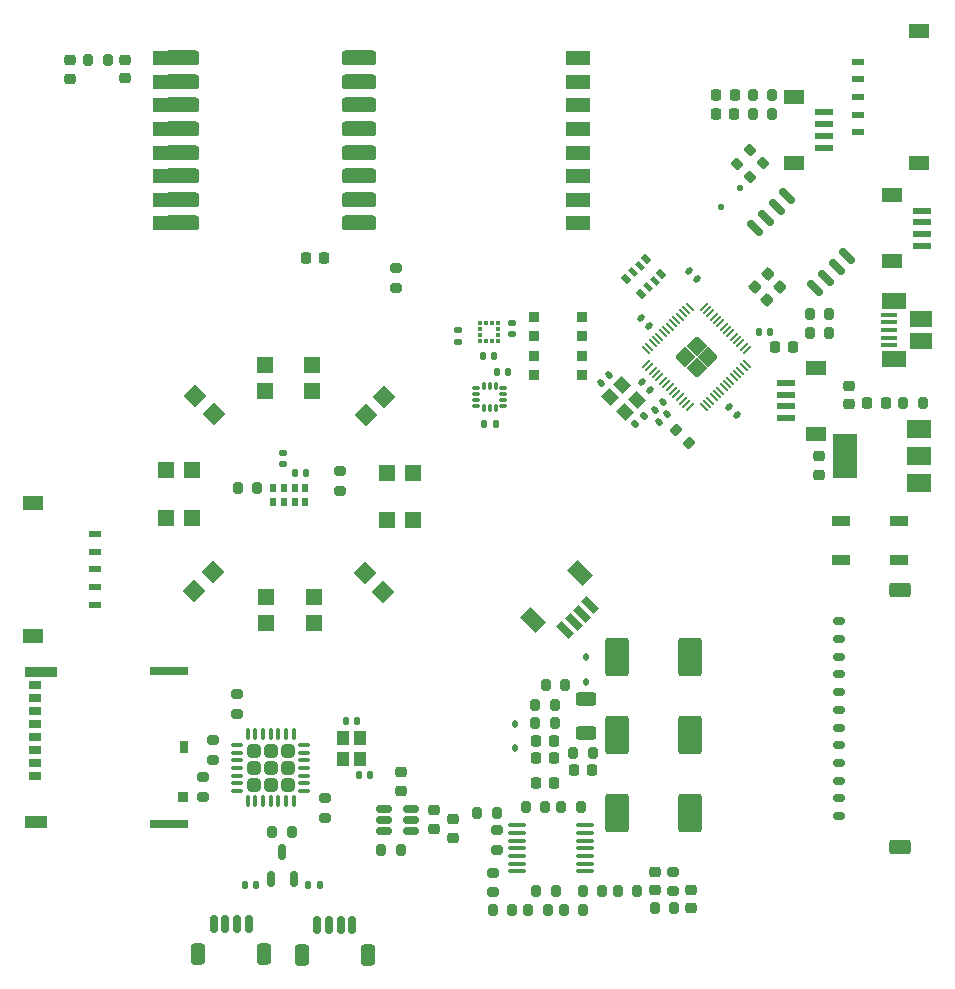
<source format=gbr>
%TF.GenerationSoftware,KiCad,Pcbnew,8.0.2-1*%
%TF.CreationDate,2024-09-20T01:44:26+01:00*%
%TF.ProjectId,FC_V4c_Express,46435f56-3463-45f4-9578-70726573732e,rev?*%
%TF.SameCoordinates,Original*%
%TF.FileFunction,Paste,Top*%
%TF.FilePolarity,Positive*%
%FSLAX46Y46*%
G04 Gerber Fmt 4.6, Leading zero omitted, Abs format (unit mm)*
G04 Created by KiCad (PCBNEW 8.0.2-1) date 2024-09-20 01:44:26*
%MOMM*%
%LPD*%
G01*
G04 APERTURE LIST*
G04 Aperture macros list*
%AMRoundRect*
0 Rectangle with rounded corners*
0 $1 Rounding radius*
0 $2 $3 $4 $5 $6 $7 $8 $9 X,Y pos of 4 corners*
0 Add a 4 corners polygon primitive as box body*
4,1,4,$2,$3,$4,$5,$6,$7,$8,$9,$2,$3,0*
0 Add four circle primitives for the rounded corners*
1,1,$1+$1,$2,$3*
1,1,$1+$1,$4,$5*
1,1,$1+$1,$6,$7*
1,1,$1+$1,$8,$9*
0 Add four rect primitives between the rounded corners*
20,1,$1+$1,$2,$3,$4,$5,0*
20,1,$1+$1,$4,$5,$6,$7,0*
20,1,$1+$1,$6,$7,$8,$9,0*
20,1,$1+$1,$8,$9,$2,$3,0*%
%AMRotRect*
0 Rectangle, with rotation*
0 The origin of the aperture is its center*
0 $1 length*
0 $2 width*
0 $3 Rotation angle, in degrees counterclockwise*
0 Add horizontal line*
21,1,$1,$2,0,0,$3*%
%AMFreePoly0*
4,1,19,0.563745,0.600348,0.608674,0.548496,0.619677,0.497915,0.619677,-0.497915,0.600348,-0.563745,0.548496,-0.608674,0.497915,-0.619677,-0.497915,-0.619677,-0.563745,-0.600348,-0.608674,-0.548496,-0.619677,-0.497915,-0.619677,0.397045,-0.600348,0.462875,-0.584014,0.483144,-0.483144,0.584014,-0.422927,0.616893,-0.397045,0.619677,0.497915,0.619677,0.563745,0.600348,0.563745,0.600348,
$1*%
%AMFreePoly1*
4,1,19,0.563745,0.600348,0.608674,0.548496,0.619677,0.497915,0.619677,-0.497915,0.600348,-0.563745,0.548496,-0.608674,0.497915,-0.619677,-0.397045,-0.619677,-0.462875,-0.600348,-0.483144,-0.584014,-0.584014,-0.483144,-0.616893,-0.422927,-0.619677,-0.397045,-0.619677,0.497915,-0.600348,0.563745,-0.548496,0.608674,-0.497915,0.619677,0.497915,0.619677,0.563745,0.600348,0.563745,0.600348,
$1*%
%AMFreePoly2*
4,1,19,0.462875,0.600348,0.483144,0.584014,0.584014,0.483144,0.616893,0.422927,0.619677,0.397045,0.619677,-0.497915,0.600348,-0.563745,0.548496,-0.608674,0.497915,-0.619677,-0.497915,-0.619677,-0.563745,-0.600348,-0.608674,-0.548496,-0.619677,-0.497915,-0.619677,0.497915,-0.600348,0.563745,-0.548496,0.608674,-0.497915,0.619677,0.397045,0.619677,0.462875,0.600348,0.462875,0.600348,
$1*%
%AMFreePoly3*
4,1,19,0.563745,0.600348,0.608674,0.548496,0.619677,0.497915,0.619677,-0.397045,0.600348,-0.462875,0.584014,-0.483144,0.483144,-0.584014,0.422927,-0.616893,0.397045,-0.619677,-0.497915,-0.619677,-0.563745,-0.600348,-0.608674,-0.548496,-0.619677,-0.497915,-0.619677,0.497915,-0.600348,0.563745,-0.548496,0.608674,-0.497915,0.619677,0.497915,0.619677,0.563745,0.600348,0.563745,0.600348,
$1*%
G04 Aperture macros list end*
%ADD10RotRect,1.200000X1.800000X45.000000*%
%ADD11RotRect,0.600000X1.550000X45.000000*%
%ADD12R,1.100000X0.700000*%
%ADD13R,0.930000X0.900000*%
%ADD14R,0.780000X1.050000*%
%ADD15R,3.330000X0.700000*%
%ADD16R,2.800000X0.860000*%
%ADD17R,1.830000X1.140000*%
%ADD18RoundRect,0.100000X0.637500X0.100000X-0.637500X0.100000X-0.637500X-0.100000X0.637500X-0.100000X0*%
%ADD19RoundRect,0.200000X-0.200000X-0.275000X0.200000X-0.275000X0.200000X0.275000X-0.200000X0.275000X0*%
%ADD20RoundRect,0.200000X-0.275000X0.200000X-0.275000X-0.200000X0.275000X-0.200000X0.275000X0.200000X0*%
%ADD21RoundRect,0.200000X0.200000X0.275000X-0.200000X0.275000X-0.200000X-0.275000X0.200000X-0.275000X0*%
%ADD22RoundRect,0.250000X-0.625000X0.312500X-0.625000X-0.312500X0.625000X-0.312500X0.625000X0.312500X0*%
%ADD23RoundRect,0.112500X0.112500X-0.187500X0.112500X0.187500X-0.112500X0.187500X-0.112500X-0.187500X0*%
%ADD24RoundRect,0.218750X0.256250X-0.218750X0.256250X0.218750X-0.256250X0.218750X-0.256250X-0.218750X0*%
%ADD25RoundRect,0.225000X0.225000X0.250000X-0.225000X0.250000X-0.225000X-0.250000X0.225000X-0.250000X0*%
%ADD26RoundRect,0.225000X-0.225000X-0.250000X0.225000X-0.250000X0.225000X0.250000X-0.225000X0.250000X0*%
%ADD27RoundRect,0.225000X-0.250000X0.225000X-0.250000X-0.225000X0.250000X-0.225000X0.250000X0.225000X0*%
%ADD28RoundRect,0.250000X-0.750000X-1.400000X0.750000X-1.400000X0.750000X1.400000X-0.750000X1.400000X0*%
%ADD29RoundRect,0.140000X-0.021213X0.219203X-0.219203X0.021213X0.021213X-0.219203X0.219203X-0.021213X0*%
%ADD30RoundRect,0.150000X0.150000X0.625000X-0.150000X0.625000X-0.150000X-0.625000X0.150000X-0.625000X0*%
%ADD31RoundRect,0.250000X0.350000X0.650000X-0.350000X0.650000X-0.350000X-0.650000X0.350000X-0.650000X0*%
%ADD32R,2.000000X1.500000*%
%ADD33R,2.000000X3.800000*%
%ADD34R,1.550000X0.600000*%
%ADD35R,1.800000X1.200000*%
%ADD36RotRect,1.400000X1.400000X45.000000*%
%ADD37RoundRect,0.140000X0.021213X-0.219203X0.219203X-0.021213X-0.021213X0.219203X-0.219203X0.021213X0*%
%ADD38RoundRect,0.218750X0.218750X0.256250X-0.218750X0.256250X-0.218750X-0.256250X0.218750X-0.256250X0*%
%ADD39R,1.400000X1.400000*%
%ADD40RotRect,0.800000X0.500000X135.000000*%
%ADD41RotRect,0.800000X0.400000X135.000000*%
%ADD42RoundRect,0.225000X0.250000X-0.225000X0.250000X0.225000X-0.250000X0.225000X-0.250000X-0.225000X0*%
%ADD43RoundRect,0.218750X-0.218750X-0.256250X0.218750X-0.256250X0.218750X0.256250X-0.218750X0.256250X0*%
%ADD44RoundRect,0.140000X0.170000X-0.140000X0.170000X0.140000X-0.170000X0.140000X-0.170000X-0.140000X0*%
%ADD45R,0.900000X0.900000*%
%ADD46RoundRect,0.140000X-0.140000X-0.170000X0.140000X-0.170000X0.140000X0.170000X-0.140000X0.170000X0*%
%ADD47RoundRect,0.140000X-0.170000X0.140000X-0.170000X-0.140000X0.170000X-0.140000X0.170000X0.140000X0*%
%ADD48RoundRect,0.225000X0.017678X-0.335876X0.335876X-0.017678X-0.017678X0.335876X-0.335876X0.017678X0*%
%ADD49RoundRect,0.135000X-0.035355X0.226274X-0.226274X0.035355X0.035355X-0.226274X0.226274X-0.035355X0*%
%ADD50RotRect,1.400000X1.400000X135.000000*%
%ADD51RotRect,1.150000X1.000000X315.000000*%
%ADD52RoundRect,0.140000X0.219203X0.021213X0.021213X0.219203X-0.219203X-0.021213X-0.021213X-0.219203X0*%
%ADD53RoundRect,0.140000X0.140000X0.170000X-0.140000X0.170000X-0.140000X-0.170000X0.140000X-0.170000X0*%
%ADD54R,1.000000X0.600000*%
%ADD55R,1.800000X1.250000*%
%ADD56R,1.000000X1.150000*%
%ADD57RoundRect,0.150000X-0.512500X-0.150000X0.512500X-0.150000X0.512500X0.150000X-0.512500X0.150000X0*%
%ADD58RoundRect,0.150000X0.150000X-0.512500X0.150000X0.512500X-0.150000X0.512500X-0.150000X-0.512500X0*%
%ADD59RoundRect,0.200000X0.053033X-0.335876X0.335876X-0.053033X-0.053033X0.335876X-0.335876X0.053033X0*%
%ADD60R,2.000000X1.300000*%
%ADD61RoundRect,0.087500X-0.225000X-0.087500X0.225000X-0.087500X0.225000X0.087500X-0.225000X0.087500X0*%
%ADD62RoundRect,0.087500X-0.087500X-0.225000X0.087500X-0.225000X0.087500X0.225000X-0.087500X0.225000X0*%
%ADD63RoundRect,0.150000X-0.565685X0.353553X0.353553X-0.565685X0.565685X-0.353553X-0.353553X0.565685X0*%
%ADD64RoundRect,0.140000X-0.219203X-0.021213X-0.021213X-0.219203X0.219203X0.021213X0.021213X0.219203X0*%
%ADD65R,1.500000X0.900000*%
%ADD66RotRect,1.400000X1.400000X315.000000*%
%ADD67RoundRect,0.125000X0.000000X-0.176777X0.176777X0.000000X0.000000X0.176777X-0.176777X0.000000X0*%
%ADD68RoundRect,0.200000X0.335876X0.053033X0.053033X0.335876X-0.335876X-0.053033X-0.053033X-0.335876X0*%
%ADD69RoundRect,0.200000X0.275000X-0.200000X0.275000X0.200000X-0.275000X0.200000X-0.275000X-0.200000X0*%
%ADD70FreePoly0,315.000000*%
%ADD71FreePoly1,315.000000*%
%ADD72FreePoly2,315.000000*%
%ADD73FreePoly3,315.000000*%
%ADD74RoundRect,0.050000X-0.309359X0.238649X0.238649X-0.309359X0.309359X-0.238649X-0.238649X0.309359X0*%
%ADD75RoundRect,0.050000X-0.309359X-0.238649X-0.238649X-0.309359X0.309359X0.238649X0.238649X0.309359X0*%
%ADD76RoundRect,0.317500X1.157500X0.317500X-1.157500X0.317500X-1.157500X-0.317500X1.157500X-0.317500X0*%
%ADD77R,0.375000X0.350000*%
%ADD78R,0.350000X0.375000*%
%ADD79RoundRect,0.250000X-0.320000X-0.320000X0.320000X-0.320000X0.320000X0.320000X-0.320000X0.320000X0*%
%ADD80RoundRect,0.075000X-0.437500X-0.075000X0.437500X-0.075000X0.437500X0.075000X-0.437500X0.075000X0*%
%ADD81RoundRect,0.075000X-0.075000X-0.437500X0.075000X-0.437500X0.075000X0.437500X-0.075000X0.437500X0*%
%ADD82RotRect,1.400000X1.400000X225.000000*%
%ADD83R,0.500000X0.800000*%
%ADD84RoundRect,0.150000X0.350000X-0.150000X0.350000X0.150000X-0.350000X0.150000X-0.350000X-0.150000X0*%
%ADD85RoundRect,0.250000X0.650000X-0.375000X0.650000X0.375000X-0.650000X0.375000X-0.650000X-0.375000X0*%
%ADD86RoundRect,0.200000X-0.053033X0.335876X-0.335876X0.053033X0.053033X-0.335876X0.335876X-0.053033X0*%
%ADD87R,1.380000X0.450000*%
%ADD88R,2.100000X1.475000*%
%ADD89R,1.900000X1.375000*%
G04 APERTURE END LIST*
D10*
%TO.C,J11*%
X196059798Y-103640202D03*
X192100000Y-107600000D03*
D11*
X196926004Y-106344885D03*
X196218897Y-107051992D03*
X195511790Y-107759099D03*
X194804683Y-108466206D03*
%TD*%
D12*
%TO.C,J4*%
X149960000Y-120775000D03*
X149960000Y-119675000D03*
X149960000Y-118575000D03*
X149960000Y-117475000D03*
X149960000Y-116375000D03*
X149960000Y-115275000D03*
X149960000Y-114175000D03*
X149960000Y-113075000D03*
D13*
X162425000Y-122565000D03*
D14*
X162500000Y-118300000D03*
D15*
X161225000Y-111915000D03*
D16*
X150460000Y-111995000D03*
D17*
X149975000Y-124655000D03*
D15*
X161225000Y-124875000D03*
%TD*%
D18*
%TO.C,U1*%
X190737500Y-128850000D03*
X190737500Y-128200000D03*
X190737500Y-127550000D03*
X190737500Y-126900000D03*
X190737500Y-126250000D03*
X190737500Y-125600000D03*
X190737500Y-124950000D03*
X196462500Y-124950000D03*
X196462500Y-125600000D03*
X196462500Y-126250000D03*
X196462500Y-126900000D03*
X196462500Y-127550000D03*
X196462500Y-128200000D03*
X196462500Y-128850000D03*
%TD*%
D19*
%TO.C,R37*%
X194825000Y-113100000D03*
X193175000Y-113100000D03*
%TD*%
%TO.C,R36*%
X194025000Y-130500000D03*
X192375000Y-130500000D03*
%TD*%
%TO.C,R35*%
X193925001Y-114800000D03*
X192275001Y-114800000D03*
%TD*%
D20*
%TO.C,R34*%
X189000000Y-127025000D03*
X189000000Y-125375000D03*
%TD*%
D19*
%TO.C,R33*%
X193925000Y-116300000D03*
X192275000Y-116300000D03*
%TD*%
D21*
%TO.C,R32*%
X187375000Y-123900000D03*
X189025000Y-123900000D03*
%TD*%
%TO.C,R31*%
X191475001Y-123400000D03*
X193125001Y-123400000D03*
%TD*%
%TO.C,R30*%
X195475000Y-118800000D03*
X197125000Y-118800000D03*
%TD*%
D19*
%TO.C,R29*%
X196125000Y-123400000D03*
X194475000Y-123400000D03*
%TD*%
D21*
%TO.C,R28*%
X199275001Y-130500000D03*
X200925001Y-130500000D03*
%TD*%
D19*
%TO.C,R22*%
X204025000Y-132000000D03*
X202375000Y-132000000D03*
%TD*%
D20*
%TO.C,R21*%
X203900000Y-130525000D03*
X203900000Y-128875000D03*
%TD*%
D19*
%TO.C,R20*%
X197925000Y-130500000D03*
X196275000Y-130500000D03*
%TD*%
%TO.C,R19*%
X196325000Y-132099999D03*
X194675000Y-132099999D03*
%TD*%
%TO.C,R18*%
X193325000Y-132100000D03*
X191675000Y-132100000D03*
%TD*%
%TO.C,R17*%
X190325001Y-132100000D03*
X188675001Y-132100000D03*
%TD*%
D20*
%TO.C,R16*%
X188700000Y-130625000D03*
X188700000Y-128975000D03*
%TD*%
D22*
%TO.C,R15*%
X196600000Y-117162500D03*
X196600000Y-114237500D03*
%TD*%
D23*
%TO.C,D7*%
X190600000Y-116350000D03*
X190600000Y-118450000D03*
%TD*%
D24*
%TO.C,D6*%
X205500000Y-130412499D03*
X205500000Y-131987501D03*
%TD*%
D23*
%TO.C,D5*%
X196600000Y-110750000D03*
X196600000Y-112850000D03*
%TD*%
D25*
%TO.C,C26*%
X192325001Y-121400000D03*
X193875001Y-121400000D03*
%TD*%
D26*
%TO.C,C25*%
X193875000Y-117800000D03*
X192325000Y-117800000D03*
%TD*%
%TO.C,C24*%
X193875000Y-119300000D03*
X192325000Y-119300000D03*
%TD*%
D25*
%TO.C,C23*%
X195525000Y-120300000D03*
X197075000Y-120300000D03*
%TD*%
D27*
%TO.C,C22*%
X202400000Y-130475000D03*
X202400000Y-128925000D03*
%TD*%
D28*
%TO.C,C21*%
X205400000Y-123900000D03*
X199200000Y-123900000D03*
%TD*%
%TO.C,C20*%
X205399999Y-110700000D03*
X199199999Y-110700000D03*
%TD*%
%TO.C,C19*%
X205400000Y-117300000D03*
X199200000Y-117300000D03*
%TD*%
D29*
%TO.C,C11*%
X203079411Y-89110589D03*
X202400589Y-89789411D03*
%TD*%
D27*
%TO.C,C13*%
X216300000Y-93725000D03*
X216300000Y-95275000D03*
%TD*%
D19*
%TO.C,R7*%
X215520000Y-81700000D03*
X217170000Y-81700000D03*
%TD*%
D27*
%TO.C,C16*%
X152910000Y-60185000D03*
X152910000Y-61735000D03*
%TD*%
D30*
%TO.C,J15*%
X176787500Y-133400000D03*
X175787500Y-133400000D03*
X174787500Y-133400000D03*
X173787500Y-133400000D03*
D31*
X178087500Y-135925000D03*
X172487500Y-135925000D03*
%TD*%
D32*
%TO.C,IC2*%
X224780000Y-95970000D03*
X224780000Y-93670000D03*
X224780000Y-91370000D03*
D33*
X218480000Y-93670000D03*
%TD*%
D34*
%TO.C,J9*%
X224995000Y-75920000D03*
X224995000Y-74920000D03*
X224995000Y-73920000D03*
X224995000Y-72920000D03*
D35*
X222470000Y-77220000D03*
X222470000Y-71620000D03*
%TD*%
D20*
%TO.C,R23*%
X167000000Y-113875000D03*
X167000000Y-115525000D03*
%TD*%
D36*
%TO.C,C1022*%
X177922182Y-90253552D03*
X179477816Y-88697917D03*
%TD*%
D37*
%TO.C,C4*%
X202780589Y-90849411D03*
X203459411Y-90170589D03*
%TD*%
D38*
%TO.C,D1*%
X209157500Y-63130000D03*
X207582500Y-63130000D03*
%TD*%
D39*
%TO.C,C1021*%
X169399999Y-88199998D03*
X169399998Y-85999999D03*
%TD*%
D40*
%TO.C,R6*%
X201245736Y-79979848D03*
D41*
X201811421Y-79414163D03*
X202377107Y-78848477D03*
D40*
X202942792Y-78282792D03*
X201670000Y-77010000D03*
D41*
X201104315Y-77575685D03*
X200538629Y-78141371D03*
D40*
X199972944Y-78707056D03*
%TD*%
D42*
%TO.C,C12*%
X218810000Y-89315000D03*
X218810000Y-87765000D03*
%TD*%
D43*
%TO.C,D3*%
X220382500Y-89190000D03*
X221957500Y-89190000D03*
%TD*%
D44*
%TO.C,C18*%
X170900000Y-94380000D03*
X170900000Y-93420000D03*
%TD*%
D45*
%TO.C,SW2*%
X196250000Y-85200000D03*
X192150000Y-85200000D03*
X196250000Y-86800000D03*
X192150000Y-86800000D03*
%TD*%
D46*
%TO.C,C32*%
X189040000Y-86550000D03*
X190000000Y-86550000D03*
%TD*%
D39*
%TO.C,C1018*%
X163199999Y-94899999D03*
X161000000Y-94900000D03*
%TD*%
D47*
%TO.C,C34*%
X190300000Y-82430000D03*
X190300000Y-83390000D03*
%TD*%
D21*
%TO.C,L1*%
X156065000Y-60190000D03*
X154415000Y-60190000D03*
%TD*%
D48*
%TO.C,C3*%
X210853984Y-79396016D03*
X211950000Y-78300000D03*
%TD*%
D39*
%TO.C,C1023*%
X173499999Y-105600000D03*
X173500000Y-107799999D03*
%TD*%
D49*
%TO.C,R2*%
X201460624Y-90269376D03*
X200739376Y-90990624D03*
%TD*%
D21*
%TO.C,R14*%
X168725000Y-96400000D03*
X167075000Y-96400000D03*
%TD*%
D50*
%TO.C,C1017*%
X165053552Y-90177816D03*
X163497917Y-88622182D03*
%TD*%
D51*
%TO.C,Y1*%
X198642614Y-88692512D03*
X199880051Y-89929949D03*
X200870000Y-88940000D03*
X199632563Y-87702563D03*
%TD*%
D48*
%TO.C,C8*%
X211931992Y-80468008D03*
X213028008Y-79371992D03*
%TD*%
D52*
%TO.C,C10*%
X201909411Y-82689411D03*
X201230589Y-82010589D03*
%TD*%
D53*
%TO.C,C39*%
X168657500Y-129980000D03*
X167697500Y-129980000D03*
%TD*%
D54*
%TO.C,J14*%
X154970000Y-100300000D03*
X154970000Y-101800000D03*
X154970000Y-103300000D03*
X154970000Y-104800000D03*
X154970000Y-106300000D03*
D55*
X149780000Y-97695000D03*
X149780000Y-108905000D03*
%TD*%
D56*
%TO.C,Y3*%
X177417500Y-119305000D03*
X177417500Y-117555000D03*
X176017500Y-117555000D03*
X176017500Y-119305000D03*
%TD*%
D39*
%TO.C,C1027*%
X179699999Y-99099999D03*
X181899999Y-99099999D03*
%TD*%
D57*
%TO.C,U10*%
X179507500Y-123540000D03*
X179507500Y-124490000D03*
X179507500Y-125440000D03*
X181782500Y-125440000D03*
X181782500Y-124490000D03*
X181782500Y-123540000D03*
%TD*%
D27*
%TO.C,C15*%
X157560000Y-60175000D03*
X157560000Y-61725000D03*
%TD*%
D58*
%TO.C,D8*%
X169907500Y-129527500D03*
X171807500Y-129527500D03*
X170857500Y-127252500D03*
%TD*%
D59*
%TO.C,R12*%
X209316637Y-68983363D03*
X210483363Y-67816637D03*
%TD*%
D60*
%TO.C,U4*%
X160910000Y-60001499D03*
X160910000Y-62001499D03*
X160910000Y-64001499D03*
X160910000Y-66001499D03*
X160910000Y-68001499D03*
X160910000Y-70001499D03*
X160910000Y-72001499D03*
X160910000Y-74001499D03*
X195910000Y-74001499D03*
X195910000Y-72001499D03*
X195910000Y-70001499D03*
X195910000Y-68001499D03*
X195910000Y-66001499D03*
X195910000Y-64001499D03*
X195910000Y-62001499D03*
X195910000Y-60001499D03*
%TD*%
D34*
%TO.C,J5*%
X213487500Y-87500000D03*
X213487500Y-88500000D03*
X213487500Y-89500000D03*
X213487500Y-90500000D03*
D35*
X216012500Y-86200000D03*
X216012500Y-91800000D03*
%TD*%
D19*
%TO.C,R4*%
X210685000Y-63130000D03*
X212335000Y-63130000D03*
%TD*%
D61*
%TO.C,U7*%
X187257500Y-87970000D03*
X187257500Y-88470000D03*
X187257500Y-88970000D03*
X187257500Y-89470000D03*
D62*
X187920000Y-89632500D03*
X188420000Y-89632500D03*
X188920000Y-89632500D03*
D61*
X189582500Y-89470000D03*
X189582500Y-88970000D03*
X189582500Y-88470000D03*
X189582500Y-87970000D03*
D62*
X188920000Y-87807500D03*
X188420000Y-87807500D03*
X187920000Y-87807500D03*
%TD*%
D29*
%TO.C,C2*%
X198499411Y-86870589D03*
X197820589Y-87549411D03*
%TD*%
D26*
%TO.C,C6*%
X212585000Y-84500000D03*
X214135000Y-84500000D03*
%TD*%
D39*
%TO.C,C1024*%
X169499999Y-105600000D03*
X169500000Y-107799999D03*
%TD*%
D52*
%TO.C,C9*%
X205989411Y-78729411D03*
X205310589Y-78050589D03*
%TD*%
D19*
%TO.C,R26*%
X170007500Y-125550000D03*
X171657500Y-125550000D03*
%TD*%
D42*
%TO.C,C42*%
X183737500Y-125235000D03*
X183737500Y-123685000D03*
%TD*%
D46*
%TO.C,C37*%
X177337500Y-120680000D03*
X178297500Y-120680000D03*
%TD*%
D63*
%TO.C,U6*%
X213601454Y-71707377D03*
X212703428Y-72605403D03*
X211805403Y-73503428D03*
X210907377Y-74401454D03*
X215998546Y-79492623D03*
X216896572Y-78594597D03*
X217794597Y-77696572D03*
X218692623Y-76798546D03*
%TD*%
D38*
%TO.C,D2*%
X209137500Y-64730000D03*
X207562500Y-64730000D03*
%TD*%
D64*
%TO.C,C7*%
X208660589Y-89560589D03*
X209339411Y-90239411D03*
%TD*%
D39*
%TO.C,C1019*%
X163199999Y-98899999D03*
X161000000Y-98900000D03*
%TD*%
%TO.C,C1025*%
X173399999Y-88199998D03*
X173399998Y-85999999D03*
%TD*%
D21*
%TO.C,R27*%
X180882500Y-127080000D03*
X179232500Y-127080000D03*
%TD*%
D19*
%TO.C,R8*%
X215525000Y-83300000D03*
X217175000Y-83300000D03*
%TD*%
D65*
%TO.C,LED1*%
X218160000Y-99190000D03*
X218160000Y-102490000D03*
X223060000Y-102490000D03*
X223060000Y-99190000D03*
%TD*%
D66*
%TO.C,C1028*%
X177846446Y-103622182D03*
X179402081Y-105177816D03*
%TD*%
D64*
%TO.C,C1*%
X201330589Y-87440589D03*
X202009411Y-88119411D03*
%TD*%
D42*
%TO.C,C41*%
X185307500Y-126015000D03*
X185307500Y-124465000D03*
%TD*%
D67*
%TO.C,D4*%
X208022183Y-72577817D03*
X209577817Y-71022183D03*
%TD*%
D46*
%TO.C,C17*%
X171920000Y-95100000D03*
X172880000Y-95100000D03*
%TD*%
D19*
%TO.C,R3*%
X210685000Y-64750000D03*
X212335000Y-64750000D03*
%TD*%
D68*
%TO.C,R1*%
X205323363Y-92633363D03*
X204156637Y-91466637D03*
%TD*%
D34*
%TO.C,J7*%
X216725000Y-67600000D03*
X216725000Y-66600000D03*
X216725000Y-65600000D03*
X216725000Y-64600000D03*
D35*
X214200000Y-68900000D03*
X214200000Y-63300000D03*
%TD*%
D69*
%TO.C,R25*%
X174447500Y-124335000D03*
X174447500Y-122685000D03*
%TD*%
D53*
%TO.C,C40*%
X174027500Y-129980000D03*
X173067500Y-129980000D03*
%TD*%
D27*
%TO.C,C43*%
X180907500Y-120475000D03*
X180907500Y-122025000D03*
%TD*%
D70*
%TO.C,IC1*%
X205930000Y-84355406D03*
D71*
X204975406Y-85310000D03*
D72*
X206884594Y-85310000D03*
D73*
X205930000Y-86264594D03*
D74*
X205337798Y-81040843D03*
X205054955Y-81323686D03*
X204772113Y-81606528D03*
X204489270Y-81889371D03*
X204206427Y-82172214D03*
X203923585Y-82455056D03*
X203640742Y-82737899D03*
X203357899Y-83020742D03*
X203075056Y-83303585D03*
X202792214Y-83586427D03*
X202509371Y-83869270D03*
X202226528Y-84152113D03*
X201943686Y-84434955D03*
X201660843Y-84717798D03*
D75*
X201660843Y-85902202D03*
X201943686Y-86185045D03*
X202226528Y-86467887D03*
X202509371Y-86750730D03*
X202792214Y-87033573D03*
X203075056Y-87316415D03*
X203357899Y-87599258D03*
X203640742Y-87882101D03*
X203923585Y-88164944D03*
X204206427Y-88447786D03*
X204489270Y-88730629D03*
X204772113Y-89013472D03*
X205054955Y-89296314D03*
X205337798Y-89579157D03*
D74*
X206522202Y-89579157D03*
X206805045Y-89296314D03*
X207087887Y-89013472D03*
X207370730Y-88730629D03*
X207653573Y-88447786D03*
X207936415Y-88164944D03*
X208219258Y-87882101D03*
X208502101Y-87599258D03*
X208784944Y-87316415D03*
X209067786Y-87033573D03*
X209350629Y-86750730D03*
X209633472Y-86467887D03*
X209916314Y-86185045D03*
X210199157Y-85902202D03*
D75*
X210199157Y-84717798D03*
X209916314Y-84434955D03*
X209633472Y-84152113D03*
X209350629Y-83869270D03*
X209067786Y-83586427D03*
X208784944Y-83303585D03*
X208502101Y-83020742D03*
X208219258Y-82737899D03*
X207936415Y-82455056D03*
X207653573Y-82172214D03*
X207370730Y-81889371D03*
X207087887Y-81606528D03*
X206805045Y-81323686D03*
X206522202Y-81040843D03*
%TD*%
D46*
%TO.C,C31*%
X187860000Y-85190000D03*
X188820000Y-85190000D03*
%TD*%
D76*
%TO.C,U5*%
X177385000Y-74000000D03*
X177385000Y-72000000D03*
X177385000Y-70000000D03*
X177385000Y-68000000D03*
X177385000Y-66000000D03*
X177385000Y-64000000D03*
X177385000Y-62000000D03*
X177385000Y-60000000D03*
X162335000Y-60000000D03*
X162335000Y-62000000D03*
X162335000Y-64000000D03*
X162335000Y-66000000D03*
X162335000Y-68000000D03*
X162335000Y-70000000D03*
X162335000Y-72000000D03*
X162335000Y-74000000D03*
%TD*%
D53*
%TO.C,C5*%
X212180000Y-83200000D03*
X211220000Y-83200000D03*
%TD*%
D30*
%TO.C,J13*%
X168037500Y-133305000D03*
X167037500Y-133305000D03*
X166037500Y-133305000D03*
X165037500Y-133305000D03*
D31*
X169337500Y-135830000D03*
X163737500Y-135830000D03*
%TD*%
D69*
%TO.C,R24*%
X165000000Y-119425000D03*
X165000000Y-117775000D03*
%TD*%
D77*
%TO.C,U8*%
X187557500Y-82470000D03*
X187557500Y-82970000D03*
X187557500Y-83470000D03*
X187557500Y-83970000D03*
D78*
X188070000Y-83982500D03*
X188570000Y-83982500D03*
D77*
X189082500Y-83970000D03*
X189082500Y-83470000D03*
X189082500Y-82970000D03*
X189082500Y-82470000D03*
D78*
X188570000Y-82457500D03*
X188070000Y-82457500D03*
%TD*%
D39*
%TO.C,C1026*%
X179700000Y-95099999D03*
X181899999Y-95099998D03*
%TD*%
D45*
%TO.C,SW1*%
X196250000Y-81900000D03*
X192150000Y-81900000D03*
X196250000Y-83500000D03*
X192150000Y-83500000D03*
%TD*%
D25*
%TO.C,C14*%
X174405000Y-76950000D03*
X172855000Y-76950000D03*
%TD*%
D46*
%TO.C,C38*%
X176237500Y-116150000D03*
X177197500Y-116150000D03*
%TD*%
D79*
%TO.C,U9*%
X168460000Y-118680000D03*
X168460000Y-120100000D03*
X168460000Y-121520000D03*
X169880000Y-118680000D03*
X169880000Y-120100000D03*
X169880000Y-121520000D03*
X171300000Y-118680000D03*
X171300000Y-120100000D03*
X171300000Y-121520000D03*
D80*
X167042500Y-118150000D03*
X167042500Y-118800000D03*
X167042500Y-119450000D03*
X167042500Y-120100000D03*
X167042500Y-120750000D03*
X167042500Y-121400000D03*
X167042500Y-122050000D03*
D81*
X167930000Y-122937500D03*
X168580000Y-122937500D03*
X169230000Y-122937500D03*
X169880000Y-122937500D03*
X170530000Y-122937500D03*
X171180000Y-122937500D03*
X171830000Y-122937500D03*
D80*
X172717500Y-122050000D03*
X172717500Y-121400000D03*
X172717500Y-120750000D03*
X172717500Y-120100000D03*
X172717500Y-119450000D03*
X172717500Y-118800000D03*
X172717500Y-118150000D03*
D81*
X171830000Y-117262500D03*
X171180000Y-117262500D03*
X170530000Y-117262500D03*
X169880000Y-117262500D03*
X169230000Y-117262500D03*
X168580000Y-117262500D03*
X167930000Y-117262500D03*
%TD*%
D82*
%TO.C,C1020*%
X164977816Y-103546446D03*
X163422182Y-105102081D03*
%TD*%
D20*
%TO.C,R11*%
X164100000Y-120875000D03*
X164100000Y-122525000D03*
%TD*%
D83*
%TO.C,IC3*%
X170100000Y-97600000D03*
X171000000Y-97600000D03*
X171900000Y-97600000D03*
X172800000Y-97600000D03*
X172800000Y-96400000D03*
X171900000Y-96400000D03*
X171000000Y-96400000D03*
X170100000Y-96400000D03*
%TD*%
D84*
%TO.C,J2*%
X217950000Y-124180000D03*
X217950000Y-122680000D03*
X217950000Y-121180000D03*
X217950000Y-119680000D03*
X217950000Y-118180000D03*
X217950000Y-116680000D03*
X217950000Y-115180000D03*
X217950000Y-113680000D03*
X217950000Y-112180000D03*
X217950000Y-110680000D03*
X217950000Y-109180000D03*
X217950000Y-107680000D03*
D85*
X223140000Y-126785000D03*
X223140000Y-105075000D03*
%TD*%
D47*
%TO.C,C33*%
X185690000Y-83040000D03*
X185690000Y-84000000D03*
%TD*%
D54*
%TO.C,J16*%
X219600000Y-66300000D03*
X219600000Y-64800000D03*
X219600001Y-63300000D03*
X219600000Y-61800000D03*
X219600000Y-60300000D03*
D55*
X224790000Y-68905000D03*
X224790000Y-57695000D03*
%TD*%
D69*
%TO.C,R5*%
X175700000Y-96625000D03*
X175700000Y-94975000D03*
%TD*%
D86*
%TO.C,R10*%
X211583363Y-68916637D03*
X210416637Y-70083363D03*
%TD*%
D87*
%TO.C,J8*%
X222260000Y-81720000D03*
X222260000Y-82370000D03*
X222260000Y-83020000D03*
X222260000Y-83670000D03*
X222260000Y-84320000D03*
D88*
X222620000Y-85482500D03*
D89*
X224920000Y-83957500D03*
X224920000Y-82082500D03*
D88*
X222620000Y-80557500D03*
%TD*%
D69*
%TO.C,R13*%
X180500000Y-79465000D03*
X180500000Y-77815000D03*
%TD*%
D46*
%TO.C,C35*%
X187970000Y-90950000D03*
X188930000Y-90950000D03*
%TD*%
D21*
%TO.C,R9*%
X225065000Y-89180000D03*
X223415000Y-89180000D03*
%TD*%
M02*

</source>
